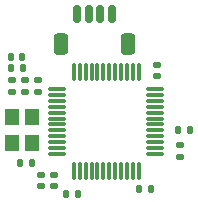
<source format=gbp>
%TF.GenerationSoftware,KiCad,Pcbnew,(6.0.7)*%
%TF.CreationDate,2022-11-15T15:07:51+01:00*%
%TF.ProjectId,tofncan,746f666e-6361-46e2-9e6b-696361645f70,rev?*%
%TF.SameCoordinates,Original*%
%TF.FileFunction,Paste,Bot*%
%TF.FilePolarity,Positive*%
%FSLAX46Y46*%
G04 Gerber Fmt 4.6, Leading zero omitted, Abs format (unit mm)*
G04 Created by KiCad (PCBNEW (6.0.7)) date 2022-11-15 15:07:51*
%MOMM*%
%LPD*%
G01*
G04 APERTURE LIST*
G04 Aperture macros list*
%AMRoundRect*
0 Rectangle with rounded corners*
0 $1 Rounding radius*
0 $2 $3 $4 $5 $6 $7 $8 $9 X,Y pos of 4 corners*
0 Add a 4 corners polygon primitive as box body*
4,1,4,$2,$3,$4,$5,$6,$7,$8,$9,$2,$3,0*
0 Add four circle primitives for the rounded corners*
1,1,$1+$1,$2,$3*
1,1,$1+$1,$4,$5*
1,1,$1+$1,$6,$7*
1,1,$1+$1,$8,$9*
0 Add four rect primitives between the rounded corners*
20,1,$1+$1,$2,$3,$4,$5,0*
20,1,$1+$1,$4,$5,$6,$7,0*
20,1,$1+$1,$6,$7,$8,$9,0*
20,1,$1+$1,$8,$9,$2,$3,0*%
G04 Aperture macros list end*
%ADD10RoundRect,0.135000X-0.135000X-0.185000X0.135000X-0.185000X0.135000X0.185000X-0.135000X0.185000X0*%
%ADD11RoundRect,0.140000X-0.170000X0.140000X-0.170000X-0.140000X0.170000X-0.140000X0.170000X0.140000X0*%
%ADD12RoundRect,0.075000X-0.662500X-0.075000X0.662500X-0.075000X0.662500X0.075000X-0.662500X0.075000X0*%
%ADD13RoundRect,0.075000X-0.075000X-0.662500X0.075000X-0.662500X0.075000X0.662500X-0.075000X0.662500X0*%
%ADD14RoundRect,0.140000X-0.140000X-0.170000X0.140000X-0.170000X0.140000X0.170000X-0.140000X0.170000X0*%
%ADD15RoundRect,0.140000X0.140000X0.170000X-0.140000X0.170000X-0.140000X-0.170000X0.140000X-0.170000X0*%
%ADD16RoundRect,0.140000X0.170000X-0.140000X0.170000X0.140000X-0.170000X0.140000X-0.170000X-0.140000X0*%
%ADD17RoundRect,0.135000X0.135000X0.185000X-0.135000X0.185000X-0.135000X-0.185000X0.135000X-0.185000X0*%
%ADD18RoundRect,0.150000X-0.150000X-0.625000X0.150000X-0.625000X0.150000X0.625000X-0.150000X0.625000X0*%
%ADD19RoundRect,0.250000X-0.350000X-0.650000X0.350000X-0.650000X0.350000X0.650000X-0.350000X0.650000X0*%
%ADD20R,1.200000X1.400000*%
G04 APERTURE END LIST*
D10*
X107090000Y-102000000D03*
X108110000Y-102000000D03*
D11*
X105300000Y-96520000D03*
X105300000Y-97480000D03*
D12*
X96837500Y-104050000D03*
X96837500Y-103550000D03*
X96837500Y-103050000D03*
X96837500Y-102550000D03*
X96837500Y-102050000D03*
X96837500Y-101550000D03*
X96837500Y-101050000D03*
X96837500Y-100550000D03*
X96837500Y-100050000D03*
X96837500Y-99550000D03*
X96837500Y-99050000D03*
X96837500Y-98550000D03*
D13*
X98250000Y-97137500D03*
X98750000Y-97137500D03*
X99250000Y-97137500D03*
X99750000Y-97137500D03*
X100250000Y-97137500D03*
X100750000Y-97137500D03*
X101250000Y-97137500D03*
X101750000Y-97137500D03*
X102250000Y-97137500D03*
X102750000Y-97137500D03*
X103250000Y-97137500D03*
X103750000Y-97137500D03*
D12*
X105162500Y-98550000D03*
X105162500Y-99050000D03*
X105162500Y-99550000D03*
X105162500Y-100050000D03*
X105162500Y-100550000D03*
X105162500Y-101050000D03*
X105162500Y-101550000D03*
X105162500Y-102050000D03*
X105162500Y-102550000D03*
X105162500Y-103050000D03*
X105162500Y-103550000D03*
X105162500Y-104050000D03*
D13*
X103750000Y-105462500D03*
X103250000Y-105462500D03*
X102750000Y-105462500D03*
X102250000Y-105462500D03*
X101750000Y-105462500D03*
X101250000Y-105462500D03*
X100750000Y-105462500D03*
X100250000Y-105462500D03*
X99750000Y-105462500D03*
X99250000Y-105462500D03*
X98750000Y-105462500D03*
X98250000Y-105462500D03*
D14*
X97620000Y-107400000D03*
X98580000Y-107400000D03*
D15*
X93880000Y-95800000D03*
X92920000Y-95800000D03*
X94680000Y-104800000D03*
X93720000Y-104800000D03*
D16*
X95200000Y-98780000D03*
X95200000Y-97820000D03*
D11*
X96600000Y-105820000D03*
X96600000Y-106780000D03*
D16*
X107200000Y-104280000D03*
X107200000Y-103320000D03*
X94100000Y-98780000D03*
X94100000Y-97820000D03*
D10*
X92890000Y-96800000D03*
X93910000Y-96800000D03*
D16*
X93000000Y-98780000D03*
X93000000Y-97820000D03*
D17*
X104810000Y-107000000D03*
X103790000Y-107000000D03*
D18*
X98500000Y-92175000D03*
X99500000Y-92175000D03*
X100500000Y-92175000D03*
X101500000Y-92175000D03*
D19*
X97200000Y-94700000D03*
X102800000Y-94700000D03*
D11*
X95500000Y-105820000D03*
X95500000Y-106780000D03*
D20*
X93000000Y-103100000D03*
X93000000Y-100900000D03*
X94700000Y-100900000D03*
X94700000Y-103100000D03*
M02*

</source>
